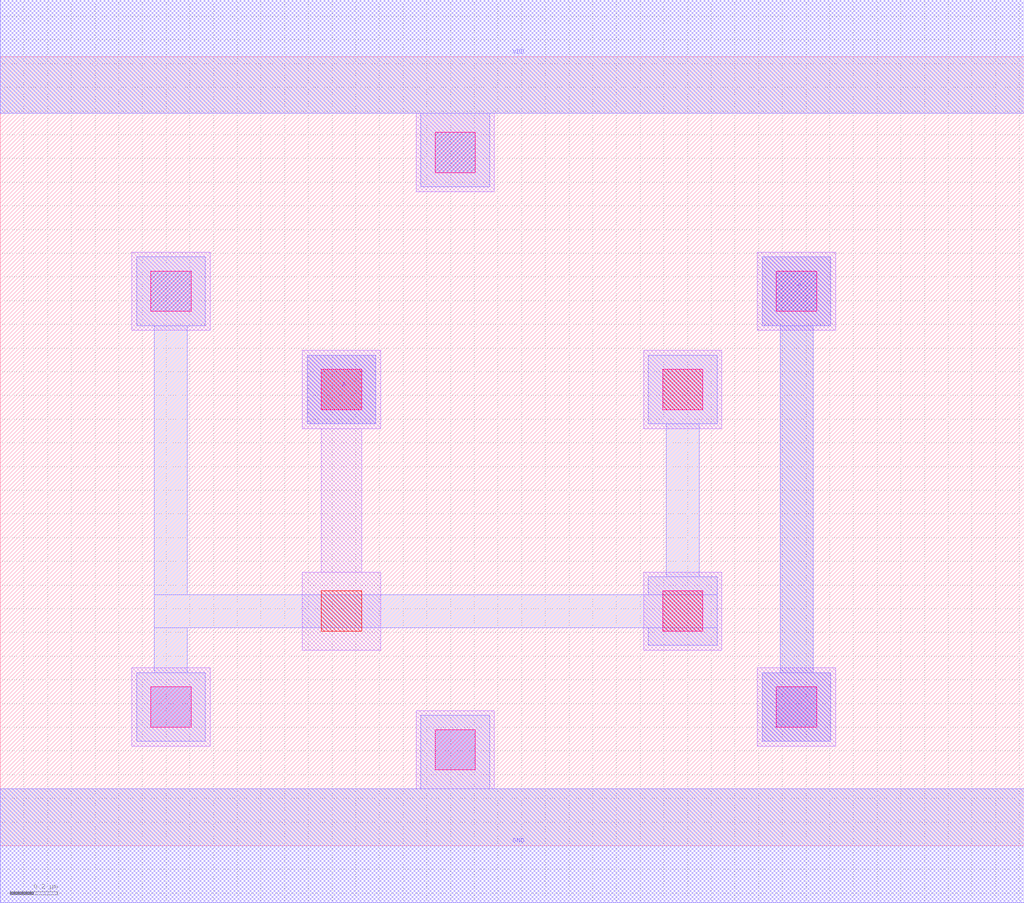
<source format=lef>
MACRO BUFX2
 CLASS CORE ;
 FOREIGN BUFX2 0 0 ;
 SIZE 4.32 BY 3.33 ;
 ORIGIN 0 0 ;
 SYMMETRY X Y R90 ;
 SITE unit ;
  PIN VDD
   DIRECTION INOUT ;
   USE POWER ;
   SHAPE ABUTMENT ;
    PORT
     CLASS CORE ;
       LAYER met1 ;
        RECT 0.00000000 3.09000000 4.32000000 3.57000000 ;
    END
  END VDD

  PIN GND
   DIRECTION INOUT ;
   USE POWER ;
   SHAPE ABUTMENT ;
    PORT
     CLASS CORE ;
       LAYER met1 ;
        RECT 0.00000000 -0.24000000 4.32000000 0.24000000 ;
    END
  END GND

  PIN Y
   DIRECTION INOUT ;
   USE SIGNAL ;
   SHAPE ABUTMENT ;
    PORT
     CLASS CORE ;
       LAYER met1 ;
        RECT 3.21500000 0.44000000 3.50500000 0.73000000 ;
        RECT 3.29000000 0.73000000 3.43000000 2.19500000 ;
        RECT 3.21500000 2.19500000 3.50500000 2.48500000 ;
    END
  END Y

  PIN A
   DIRECTION INOUT ;
   USE SIGNAL ;
   SHAPE ABUTMENT ;
    PORT
     CLASS CORE ;
       LAYER met1 ;
        RECT 1.29500000 1.78000000 1.58500000 2.07000000 ;
    END
  END A

 OBS
    LAYER polycont ;
     RECT 1.35500000 0.90500000 1.52500000 1.07500000 ;
     RECT 2.79500000 0.90500000 2.96500000 1.07500000 ;
     RECT 1.35500000 1.84000000 1.52500000 2.01000000 ;
     RECT 2.79500000 1.84000000 2.96500000 2.01000000 ;

    LAYER pdiffc ;
     RECT 0.63500000 2.25500000 0.80500000 2.42500000 ;
     RECT 3.27500000 2.25500000 3.44500000 2.42500000 ;
     RECT 1.83500000 2.84000000 2.00500000 3.01000000 ;

    LAYER ndiffc ;
     RECT 1.83500000 0.32000000 2.00500000 0.49000000 ;
     RECT 0.63500000 0.50000000 0.80500000 0.67000000 ;
     RECT 3.27500000 0.50000000 3.44500000 0.67000000 ;

    LAYER li1 ;
     RECT 1.75500000 0.24000000 2.08500000 0.57000000 ;
     RECT 0.55500000 0.42000000 0.88500000 0.75000000 ;
     RECT 3.19500000 0.42000000 3.52500000 0.75000000 ;
     RECT 2.71500000 0.82500000 3.04500000 1.15500000 ;
     RECT 1.27500000 0.82500000 1.60500000 1.15500000 ;
     RECT 1.35500000 1.15500000 1.52500000 1.76000000 ;
     RECT 1.27500000 1.76000000 1.60500000 2.09000000 ;
     RECT 2.71500000 1.76000000 3.04500000 2.09000000 ;
     RECT 0.55500000 2.17500000 0.88500000 2.50500000 ;
     RECT 3.19500000 2.17500000 3.52500000 2.50500000 ;
     RECT 1.75500000 2.76000000 2.08500000 3.09000000 ;

    LAYER viali ;
     RECT 1.83500000 0.32000000 2.00500000 0.49000000 ;
     RECT 0.63500000 0.50000000 0.80500000 0.67000000 ;
     RECT 3.27500000 0.50000000 3.44500000 0.67000000 ;
     RECT 2.79500000 0.90500000 2.96500000 1.07500000 ;
     RECT 1.35500000 1.84000000 1.52500000 2.01000000 ;
     RECT 2.79500000 1.84000000 2.96500000 2.01000000 ;
     RECT 0.63500000 2.25500000 0.80500000 2.42500000 ;
     RECT 3.27500000 2.25500000 3.44500000 2.42500000 ;
     RECT 1.83500000 2.84000000 2.00500000 3.01000000 ;

    LAYER met1 ;
     RECT 0.00000000 -0.24000000 4.32000000 0.24000000 ;
     RECT 1.77500000 0.24000000 2.06500000 0.55000000 ;
     RECT 1.29500000 1.78000000 1.58500000 2.07000000 ;
     RECT 0.57500000 0.44000000 0.86500000 0.73000000 ;
     RECT 0.65000000 0.73000000 0.79000000 0.92000000 ;
     RECT 2.73500000 0.84500000 3.02500000 0.92000000 ;
     RECT 0.65000000 0.92000000 3.02500000 1.06000000 ;
     RECT 2.73500000 1.06000000 3.02500000 1.13500000 ;
     RECT 2.81000000 1.13500000 2.95000000 1.78000000 ;
     RECT 2.73500000 1.78000000 3.02500000 2.07000000 ;
     RECT 0.65000000 1.06000000 0.79000000 2.19500000 ;
     RECT 0.57500000 2.19500000 0.86500000 2.48500000 ;
     RECT 3.21500000 0.44000000 3.50500000 0.73000000 ;
     RECT 3.29000000 0.73000000 3.43000000 2.19500000 ;
     RECT 3.21500000 2.19500000 3.50500000 2.48500000 ;
     RECT 1.77500000 2.78000000 2.06500000 3.09000000 ;
     RECT 0.00000000 3.09000000 4.32000000 3.57000000 ;

 END
END BUFX2

</source>
